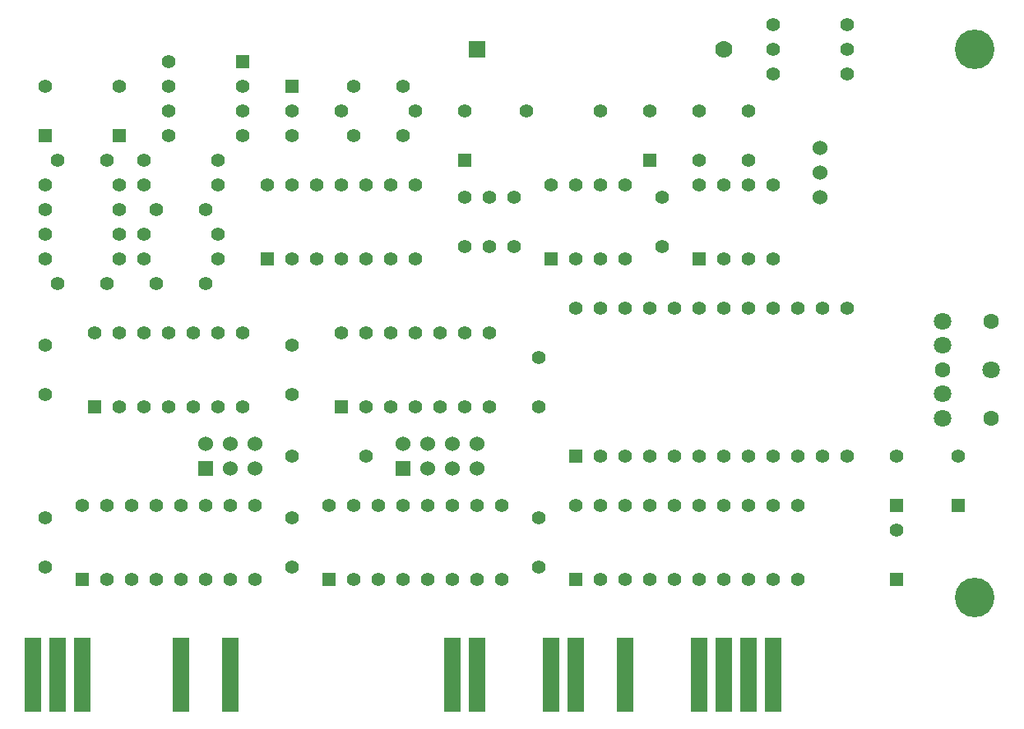
<source format=gbs>
G04 #@! TF.GenerationSoftware,KiCad,Pcbnew,(5.1.8)-1*
G04 #@! TF.CreationDate,2021-01-14T09:05:43-08:00*
G04 #@! TF.ProjectId,isa_opl2,6973615f-6f70-46c3-922e-6b696361645f,rev?*
G04 #@! TF.SameCoordinates,Original*
G04 #@! TF.FileFunction,Soldermask,Bot*
G04 #@! TF.FilePolarity,Negative*
%FSLAX46Y46*%
G04 Gerber Fmt 4.6, Leading zero omitted, Abs format (unit mm)*
G04 Created by KiCad (PCBNEW (5.1.8)-1) date 2021-01-14 09:05:43*
%MOMM*%
%LPD*%
G01*
G04 APERTURE LIST*
%ADD10R,1.778000X7.620000*%
%ADD11C,4.064000*%
%ADD12C,1.800860*%
%ADD13C,1.600200*%
%ADD14C,1.397000*%
%ADD15R,1.397000X1.397000*%
%ADD16C,1.778000*%
%ADD17R,1.778000X1.778000*%
%ADD18R,1.524000X1.524000*%
%ADD19C,1.524000*%
G04 APERTURE END LIST*
D10*
X180340000Y-120332500D03*
X177800000Y-120332500D03*
X175260000Y-120332500D03*
X172720000Y-120332500D03*
X165100000Y-120332500D03*
X160020000Y-120332500D03*
X157480000Y-120332500D03*
X149860000Y-120332500D03*
X147320000Y-120332500D03*
X124460000Y-120332500D03*
X119380000Y-120332500D03*
X109220000Y-120332500D03*
X106680000Y-120332500D03*
X104140000Y-120332500D03*
D11*
X201041000Y-55880000D03*
X201041000Y-112395000D03*
D12*
X202740260Y-88900000D03*
X197739000Y-83898740D03*
X197739000Y-86400640D03*
X197739000Y-91399360D03*
X197739000Y-93901260D03*
D13*
X197739000Y-88900000D03*
X202740260Y-83898740D03*
X202740260Y-93901260D03*
D14*
X156210000Y-104140000D03*
X156210000Y-109220000D03*
X105410000Y-104140000D03*
X105410000Y-109220000D03*
X105410000Y-86360000D03*
X105410000Y-91440000D03*
X130810000Y-86360000D03*
X130810000Y-91440000D03*
X156210000Y-87630000D03*
X156210000Y-92710000D03*
X153670000Y-76200000D03*
X153670000Y-71120000D03*
X151130000Y-71120000D03*
X151130000Y-76200000D03*
X177800000Y-67310000D03*
X172720000Y-67310000D03*
D15*
X148590000Y-67310000D03*
D14*
X148590000Y-62230000D03*
X177800000Y-62230000D03*
X172720000Y-62230000D03*
X116840000Y-72390000D03*
X121920000Y-72390000D03*
X142240000Y-64770000D03*
X137160000Y-64770000D03*
X142240000Y-59690000D03*
X137160000Y-59690000D03*
D15*
X109220000Y-110490000D03*
D14*
X111760000Y-110490000D03*
X114300000Y-110490000D03*
X116840000Y-110490000D03*
X119380000Y-110490000D03*
X121920000Y-110490000D03*
X124460000Y-110490000D03*
X127000000Y-110490000D03*
X127000000Y-102870000D03*
X124460000Y-102870000D03*
X121920000Y-102870000D03*
X119380000Y-102870000D03*
X116840000Y-102870000D03*
X114300000Y-102870000D03*
X111760000Y-102870000D03*
X109220000Y-102870000D03*
D15*
X134620000Y-110490000D03*
D14*
X137160000Y-110490000D03*
X139700000Y-110490000D03*
X142240000Y-110490000D03*
X144780000Y-110490000D03*
X147320000Y-110490000D03*
X149860000Y-110490000D03*
X152400000Y-110490000D03*
X152400000Y-102870000D03*
X149860000Y-102870000D03*
X147320000Y-102870000D03*
X144780000Y-102870000D03*
X142240000Y-102870000D03*
X139700000Y-102870000D03*
X137160000Y-102870000D03*
X134620000Y-102870000D03*
D15*
X135890000Y-92710000D03*
D14*
X138430000Y-92710000D03*
X140970000Y-92710000D03*
X143510000Y-92710000D03*
X146050000Y-92710000D03*
X148590000Y-92710000D03*
X151130000Y-92710000D03*
X151130000Y-85090000D03*
X148590000Y-85090000D03*
X146050000Y-85090000D03*
X143510000Y-85090000D03*
X140970000Y-85090000D03*
X138430000Y-85090000D03*
X135890000Y-85090000D03*
D15*
X160020000Y-97790000D03*
D14*
X162560000Y-97790000D03*
X165100000Y-97790000D03*
X167640000Y-97790000D03*
X170180000Y-97790000D03*
X172720000Y-97790000D03*
X175260000Y-97790000D03*
X177800000Y-97790000D03*
X180340000Y-97790000D03*
X182880000Y-97790000D03*
X185420000Y-97790000D03*
X187960000Y-97790000D03*
X187960000Y-82550000D03*
X185420000Y-82550000D03*
X182880000Y-82550000D03*
X180340000Y-82550000D03*
X177800000Y-82550000D03*
X175260000Y-82550000D03*
X172720000Y-82550000D03*
X170180000Y-82550000D03*
X167640000Y-82550000D03*
X165100000Y-82550000D03*
X162560000Y-82550000D03*
X160020000Y-82550000D03*
D15*
X157480000Y-77470000D03*
D14*
X160020000Y-77470000D03*
X162560000Y-77470000D03*
X165100000Y-77470000D03*
X165100000Y-69850000D03*
X162560000Y-69850000D03*
X160020000Y-69850000D03*
X157480000Y-69850000D03*
D15*
X128270000Y-77470000D03*
D14*
X130810000Y-77470000D03*
X133350000Y-77470000D03*
X135890000Y-77470000D03*
X138430000Y-77470000D03*
X140970000Y-77470000D03*
X143510000Y-77470000D03*
X143510000Y-69850000D03*
X140970000Y-69850000D03*
X138430000Y-69850000D03*
X135890000Y-69850000D03*
X133350000Y-69850000D03*
X130810000Y-69850000D03*
X128270000Y-69850000D03*
D15*
X172720000Y-77470000D03*
D14*
X175260000Y-77470000D03*
X177800000Y-77470000D03*
X180340000Y-77470000D03*
X180340000Y-69850000D03*
X177800000Y-69850000D03*
X175260000Y-69850000D03*
X172720000Y-69850000D03*
D16*
X175260000Y-55880000D03*
D17*
X149860000Y-55880000D03*
D14*
X118110000Y-57150000D03*
D15*
X125730000Y-57150000D03*
D14*
X115570000Y-77470000D03*
X123190000Y-77470000D03*
X115570000Y-74930000D03*
X123190000Y-74930000D03*
X115570000Y-67310000D03*
X123190000Y-67310000D03*
X118110000Y-62230000D03*
X125730000Y-62230000D03*
X180340000Y-58420000D03*
X187960000Y-58420000D03*
X143510000Y-62230000D03*
X135890000Y-62230000D03*
X130810000Y-97790000D03*
X138430000Y-97790000D03*
X105410000Y-74930000D03*
X113030000Y-74930000D03*
X113030000Y-77470000D03*
X105410000Y-77470000D03*
X105410000Y-72390000D03*
X113030000Y-72390000D03*
X113030000Y-69850000D03*
X105410000Y-69850000D03*
X125730000Y-59690000D03*
X118110000Y-59690000D03*
X125730000Y-64770000D03*
X118110000Y-64770000D03*
X162560000Y-62230000D03*
X154940000Y-62230000D03*
X187960000Y-55880000D03*
X180340000Y-55880000D03*
D18*
X142240000Y-99060000D03*
D19*
X142240000Y-96520000D03*
X144780000Y-99060000D03*
X144780000Y-96520000D03*
X147320000Y-99060000D03*
X147320000Y-96520000D03*
X149860000Y-99060000D03*
X149860000Y-96520000D03*
D18*
X121920000Y-99060000D03*
D19*
X121920000Y-96520000D03*
X124460000Y-99060000D03*
X124460000Y-96520000D03*
X127000000Y-99060000D03*
X127000000Y-96520000D03*
D15*
X130810000Y-59690000D03*
D14*
X130810000Y-62230000D03*
X130810000Y-64770000D03*
X187960000Y-53340000D03*
X180340000Y-53340000D03*
D19*
X185166000Y-71120000D03*
X185166000Y-68580000D03*
X185166000Y-66040000D03*
D14*
X115570000Y-69850000D03*
X123190000Y-69850000D03*
D15*
X160020000Y-110490000D03*
D14*
X162560000Y-110490000D03*
X165100000Y-110490000D03*
X167640000Y-110490000D03*
X170180000Y-110490000D03*
X172720000Y-110490000D03*
X175260000Y-110490000D03*
X177800000Y-110490000D03*
X180340000Y-110490000D03*
X182880000Y-110490000D03*
X182880000Y-102870000D03*
X180340000Y-102870000D03*
X177800000Y-102870000D03*
X175260000Y-102870000D03*
X172720000Y-102870000D03*
X170180000Y-102870000D03*
X167640000Y-102870000D03*
X165100000Y-102870000D03*
X162560000Y-102870000D03*
X160020000Y-102870000D03*
D15*
X110490000Y-92710000D03*
D14*
X113030000Y-92710000D03*
X115570000Y-92710000D03*
X118110000Y-92710000D03*
X120650000Y-92710000D03*
X123190000Y-92710000D03*
X125730000Y-92710000D03*
X125730000Y-85090000D03*
X123190000Y-85090000D03*
X120650000Y-85090000D03*
X118110000Y-85090000D03*
X115570000Y-85090000D03*
X113030000Y-85090000D03*
X110490000Y-85090000D03*
X130810000Y-104140000D03*
X130810000Y-109220000D03*
X148590000Y-71120000D03*
X148590000Y-76200000D03*
X168910000Y-76200000D03*
X168910000Y-71120000D03*
D15*
X193040000Y-110490000D03*
D14*
X193040000Y-105410000D03*
D15*
X193040000Y-102870000D03*
D14*
X193040000Y-97790000D03*
D15*
X199390000Y-102870000D03*
D14*
X199390000Y-97790000D03*
D15*
X105410000Y-64770000D03*
D14*
X105410000Y-59690000D03*
D15*
X167640000Y-67310000D03*
D14*
X167640000Y-62230000D03*
D15*
X113030000Y-64770000D03*
D14*
X113030000Y-59690000D03*
X106680000Y-80010000D03*
X111760000Y-80010000D03*
X116840000Y-80010000D03*
X121920000Y-80010000D03*
X106680000Y-67310000D03*
X111760000Y-67310000D03*
M02*

</source>
